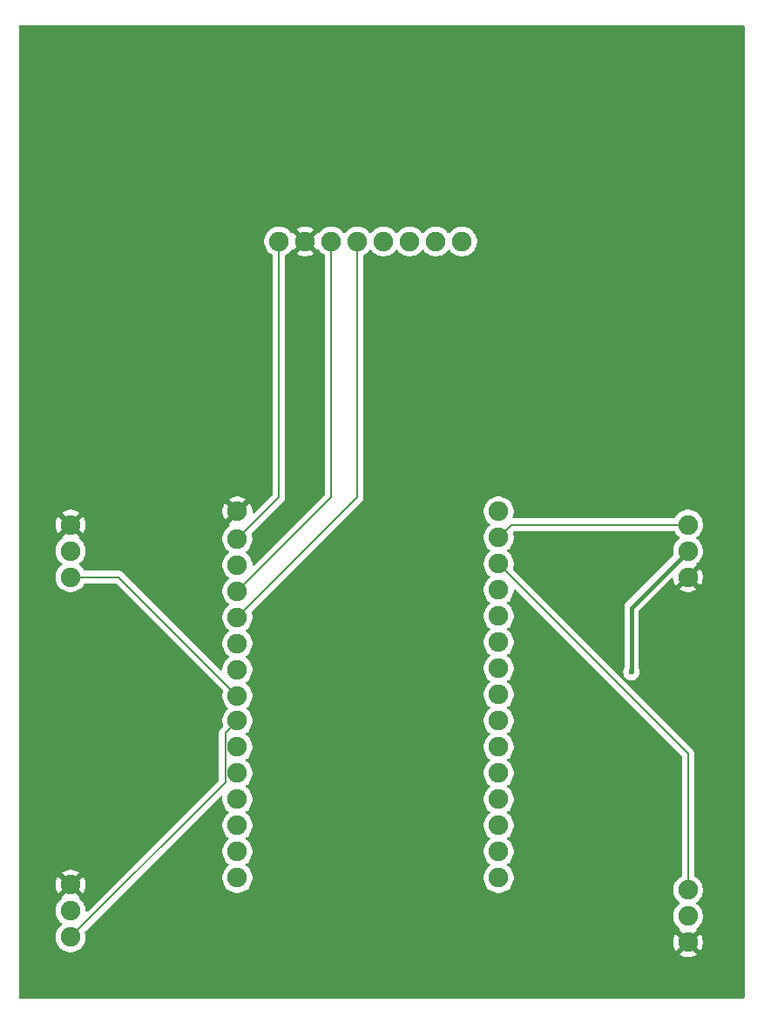
<source format=gtl>
G04 #@! TF.GenerationSoftware,KiCad,Pcbnew,9.0.4*
G04 #@! TF.CreationDate,2025-09-06T12:28:32+03:00*
G04 #@! TF.ProjectId,esp32 flight controller,65737033-3220-4666-9c69-67687420636f,rev?*
G04 #@! TF.SameCoordinates,Original*
G04 #@! TF.FileFunction,Copper,L1,Top*
G04 #@! TF.FilePolarity,Positive*
%FSLAX46Y46*%
G04 Gerber Fmt 4.6, Leading zero omitted, Abs format (unit mm)*
G04 Created by KiCad (PCBNEW 9.0.4) date 2025-09-06 12:28:32*
%MOMM*%
%LPD*%
G01*
G04 APERTURE LIST*
G04 #@! TA.AperFunction,ComponentPad*
%ADD10C,1.900000*%
G04 #@! TD*
G04 #@! TA.AperFunction,ComponentPad*
%ADD11C,1.905000*%
G04 #@! TD*
G04 #@! TA.AperFunction,ViaPad*
%ADD12C,0.600000*%
G04 #@! TD*
G04 #@! TA.AperFunction,Conductor*
%ADD13C,0.200000*%
G04 #@! TD*
G04 #@! TA.AperFunction,Conductor*
%ADD14C,0.400000*%
G04 #@! TD*
G04 APERTURE END LIST*
D10*
X85500000Y-79500000D03*
X85500000Y-82040000D03*
X85500000Y-84580000D03*
D11*
X101700000Y-78220000D03*
X101700000Y-80880000D03*
X101700000Y-83420000D03*
X101700000Y-85960000D03*
X101700000Y-88500000D03*
X101700000Y-91040000D03*
X101700000Y-93580000D03*
X101700000Y-96120000D03*
X101700000Y-98540000D03*
X101700000Y-101080000D03*
X101700000Y-103620000D03*
X101700000Y-106160000D03*
X101700000Y-108700000D03*
X101700000Y-111240000D03*
X101700000Y-113780000D03*
X127100000Y-78220000D03*
X127100000Y-80760000D03*
X127100000Y-83300000D03*
X127100000Y-85840000D03*
X127100000Y-88380000D03*
X127100000Y-90920000D03*
X127100000Y-93460000D03*
X127100000Y-96000000D03*
X127100000Y-98540000D03*
X127100000Y-101080000D03*
X127100000Y-103620000D03*
X127100000Y-106160000D03*
X127100000Y-108700000D03*
X127100000Y-111240000D03*
X127100000Y-113780000D03*
X105760000Y-52000000D03*
X108300000Y-52000000D03*
X110840000Y-52000000D03*
X113380000Y-52000000D03*
X115920000Y-52000000D03*
X118460000Y-52000000D03*
X121000000Y-52000000D03*
X123540000Y-52000000D03*
D10*
X85500000Y-119540000D03*
X85500000Y-117000000D03*
X85500000Y-114460000D03*
X145500000Y-114960000D03*
X145500000Y-117500000D03*
X145500000Y-120040000D03*
X145500000Y-79500000D03*
X145500000Y-82040000D03*
X145500000Y-84580000D03*
D12*
X140000000Y-93800000D03*
D13*
X113380000Y-76820000D02*
X101700000Y-88500000D01*
X113380000Y-52000000D02*
X113380000Y-76820000D01*
X110840000Y-76820000D02*
X101700000Y-85960000D01*
X110840000Y-52000000D02*
X110840000Y-76820000D01*
X105760000Y-76820000D02*
X101700000Y-80880000D01*
X105760000Y-52000000D02*
X105760000Y-76820000D01*
X128360000Y-79500000D02*
X127100000Y-80760000D01*
X145500000Y-79500000D02*
X128360000Y-79500000D01*
D14*
X140000000Y-87540000D02*
X140000000Y-93800000D01*
X145500000Y-82040000D02*
X140000000Y-87540000D01*
D13*
X145500000Y-101700000D02*
X127100000Y-83300000D01*
X145500000Y-114960000D02*
X145500000Y-101700000D01*
X100519500Y-99720500D02*
X101700000Y-98540000D01*
X100519500Y-104520500D02*
X100519500Y-99720500D01*
X85500000Y-119540000D02*
X100519500Y-104520500D01*
X90160000Y-84580000D02*
X101700000Y-96120000D01*
X85500000Y-84580000D02*
X90160000Y-84580000D01*
G04 #@! TA.AperFunction,Conductor*
G36*
X107740889Y-52231591D02*
G01*
X107819881Y-52368408D01*
X107931592Y-52480119D01*
X108068409Y-52559111D01*
X108088939Y-52564612D01*
X107464899Y-53188651D01*
X107538725Y-53242288D01*
X107538731Y-53242292D01*
X107742431Y-53346082D01*
X107959875Y-53416734D01*
X108185687Y-53452500D01*
X108414313Y-53452500D01*
X108640124Y-53416734D01*
X108640125Y-53416734D01*
X108857568Y-53346082D01*
X109061276Y-53242288D01*
X109135098Y-53188651D01*
X108511059Y-52564612D01*
X108531591Y-52559111D01*
X108668408Y-52480119D01*
X108780119Y-52368408D01*
X108859111Y-52231591D01*
X108864612Y-52211060D01*
X109488651Y-52835099D01*
X109505503Y-52833772D01*
X109524699Y-52818970D01*
X109594312Y-52812989D01*
X109656107Y-52845594D01*
X109670007Y-52861634D01*
X109670317Y-52862061D01*
X109731714Y-52946566D01*
X109893434Y-53108286D01*
X110078462Y-53242717D01*
X110171795Y-53290272D01*
X110222590Y-53338245D01*
X110239500Y-53400756D01*
X110239500Y-76519902D01*
X110219815Y-76586941D01*
X110203181Y-76607583D01*
X103364681Y-83446083D01*
X103303358Y-83479568D01*
X103233666Y-83474584D01*
X103177733Y-83432712D01*
X103153316Y-83367248D01*
X103153000Y-83358402D01*
X103153000Y-83305646D01*
X103146564Y-83265013D01*
X103117222Y-83079755D01*
X103117221Y-83079751D01*
X103117221Y-83079750D01*
X103046549Y-82862244D01*
X102942716Y-82658461D01*
X102808286Y-82473434D01*
X102646566Y-82311714D01*
X102562059Y-82250316D01*
X102519396Y-82194988D01*
X102513417Y-82125375D01*
X102546023Y-82063580D01*
X102562056Y-82049685D01*
X102646566Y-81988286D01*
X102808286Y-81826566D01*
X102942717Y-81641538D01*
X103046548Y-81437758D01*
X103117222Y-81220245D01*
X103153000Y-80994354D01*
X103153000Y-80765646D01*
X103142687Y-80700534D01*
X103117222Y-80539754D01*
X103084852Y-80440131D01*
X103082857Y-80370289D01*
X103115100Y-80314133D01*
X106128713Y-77300521D01*
X106128716Y-77300520D01*
X106240520Y-77188716D01*
X106290639Y-77101904D01*
X106319577Y-77051785D01*
X106360500Y-76899057D01*
X106360500Y-76740943D01*
X106360500Y-53400756D01*
X106380185Y-53333717D01*
X106428204Y-53290272D01*
X106521538Y-53242717D01*
X106706566Y-53108286D01*
X106868286Y-52946566D01*
X106929991Y-52861635D01*
X106985321Y-52818970D01*
X107054934Y-52812991D01*
X107094290Y-52833756D01*
X107111347Y-52835099D01*
X107735387Y-52211059D01*
X107740889Y-52231591D01*
G37*
G04 #@! TD.AperFunction*
G04 #@! TA.AperFunction,Conductor*
G36*
X150942539Y-31020185D02*
G01*
X150988294Y-31072989D01*
X150999500Y-31124500D01*
X150999500Y-125375500D01*
X150979815Y-125442539D01*
X150927011Y-125488294D01*
X150875500Y-125499500D01*
X80624500Y-125499500D01*
X80557461Y-125479815D01*
X80511706Y-125427011D01*
X80500500Y-125375500D01*
X80500500Y-81925837D01*
X84049500Y-81925837D01*
X84049500Y-82154162D01*
X84085215Y-82379660D01*
X84155770Y-82596803D01*
X84259421Y-82800228D01*
X84393621Y-82984937D01*
X84555063Y-83146379D01*
X84555066Y-83146381D01*
X84555069Y-83146383D01*
X84642191Y-83209683D01*
X84684857Y-83265013D01*
X84690835Y-83334627D01*
X84658228Y-83396421D01*
X84642191Y-83410317D01*
X84555069Y-83473616D01*
X84555060Y-83473623D01*
X84393622Y-83635061D01*
X84259421Y-83819771D01*
X84155770Y-84023196D01*
X84085215Y-84240339D01*
X84049500Y-84465837D01*
X84049500Y-84694162D01*
X84085215Y-84919660D01*
X84155770Y-85136803D01*
X84259288Y-85339966D01*
X84259421Y-85340228D01*
X84393621Y-85524937D01*
X84555063Y-85686379D01*
X84739772Y-85820579D01*
X84788969Y-85845646D01*
X84943196Y-85924229D01*
X84943198Y-85924229D01*
X84943201Y-85924231D01*
X85035907Y-85954353D01*
X85160339Y-85994784D01*
X85385838Y-86030500D01*
X85385843Y-86030500D01*
X85614162Y-86030500D01*
X85839660Y-85994784D01*
X85907590Y-85972712D01*
X86056799Y-85924231D01*
X86260228Y-85820579D01*
X86444937Y-85686379D01*
X86606379Y-85524937D01*
X86740579Y-85340228D01*
X86787467Y-85248205D01*
X86835442Y-85197409D01*
X86897952Y-85180500D01*
X89859903Y-85180500D01*
X89926942Y-85200185D01*
X89947584Y-85216819D01*
X100284896Y-95554132D01*
X100318381Y-95615455D01*
X100315146Y-95680130D01*
X100282778Y-95779751D01*
X100247000Y-96005646D01*
X100247000Y-96234353D01*
X100282778Y-96460246D01*
X100282778Y-96460249D01*
X100353450Y-96677755D01*
X100353452Y-96677758D01*
X100457283Y-96881538D01*
X100591714Y-97066566D01*
X100753434Y-97228286D01*
X100755360Y-97229685D01*
X100755913Y-97230403D01*
X100757139Y-97231450D01*
X100756919Y-97231707D01*
X100798023Y-97285015D01*
X100803999Y-97354629D01*
X100771392Y-97416423D01*
X100755363Y-97430312D01*
X100753876Y-97431392D01*
X100753431Y-97431716D01*
X100591716Y-97593431D01*
X100591716Y-97593432D01*
X100591714Y-97593434D01*
X100533980Y-97672896D01*
X100457283Y-97778461D01*
X100353450Y-97982244D01*
X100282778Y-98199750D01*
X100282778Y-98199753D01*
X100247000Y-98425646D01*
X100247000Y-98654353D01*
X100282778Y-98880248D01*
X100315146Y-98979869D01*
X100315580Y-98995079D01*
X100320899Y-99009339D01*
X100316557Y-99029294D01*
X100317141Y-99049710D01*
X100309052Y-99063797D01*
X100306047Y-99077612D01*
X100284897Y-99105867D01*
X100150786Y-99239978D01*
X100150785Y-99239978D01*
X100150784Y-99239979D01*
X100038981Y-99351782D01*
X100038979Y-99351785D01*
X99988861Y-99438594D01*
X99988859Y-99438596D01*
X99959925Y-99488709D01*
X99959924Y-99488710D01*
X99959923Y-99488715D01*
X99918999Y-99641443D01*
X99918999Y-99641445D01*
X99918999Y-99809546D01*
X99919000Y-99809559D01*
X99919000Y-104220402D01*
X99899315Y-104287441D01*
X99882681Y-104308083D01*
X87162181Y-117028583D01*
X87100858Y-117062068D01*
X87031166Y-117057084D01*
X86975233Y-117015212D01*
X86950816Y-116949748D01*
X86950500Y-116940902D01*
X86950500Y-116885837D01*
X86914784Y-116660339D01*
X86844229Y-116443196D01*
X86786714Y-116330317D01*
X86740579Y-116239772D01*
X86606379Y-116055063D01*
X86444937Y-115893621D01*
X86438418Y-115888885D01*
X86357382Y-115830007D01*
X86314716Y-115774677D01*
X86308738Y-115705064D01*
X86332234Y-115660534D01*
X86333310Y-115646862D01*
X85711059Y-115024612D01*
X85731591Y-115019111D01*
X85868408Y-114940119D01*
X85980119Y-114828408D01*
X86059111Y-114691591D01*
X86064612Y-114671060D01*
X86686862Y-115293310D01*
X86686862Y-115293309D01*
X86740150Y-115219966D01*
X86843769Y-115016604D01*
X86914295Y-114799544D01*
X86950000Y-114574116D01*
X86950000Y-114345883D01*
X86914295Y-114120455D01*
X86843769Y-113903395D01*
X86740148Y-113700030D01*
X86686863Y-113626689D01*
X86686862Y-113626688D01*
X86064612Y-114248939D01*
X86059111Y-114228409D01*
X85980119Y-114091592D01*
X85868408Y-113979881D01*
X85731591Y-113900889D01*
X85711058Y-113895387D01*
X86333309Y-113273137D01*
X86333309Y-113273135D01*
X86259969Y-113219851D01*
X86056604Y-113116230D01*
X85839544Y-113045704D01*
X85614116Y-113010000D01*
X85385884Y-113010000D01*
X85160455Y-113045704D01*
X84943395Y-113116230D01*
X84740035Y-113219848D01*
X84740033Y-113219849D01*
X84666689Y-113273135D01*
X84666689Y-113273136D01*
X85288941Y-113895387D01*
X85268409Y-113900889D01*
X85131592Y-113979881D01*
X85019881Y-114091592D01*
X84940889Y-114228409D01*
X84935387Y-114248940D01*
X84313136Y-113626689D01*
X84313135Y-113626689D01*
X84259849Y-113700033D01*
X84259848Y-113700035D01*
X84156230Y-113903395D01*
X84085704Y-114120455D01*
X84050000Y-114345883D01*
X84050000Y-114574116D01*
X84085704Y-114799544D01*
X84156230Y-115016604D01*
X84259851Y-115219969D01*
X84313135Y-115293309D01*
X84313137Y-115293309D01*
X84935387Y-114671059D01*
X84940889Y-114691591D01*
X85019881Y-114828408D01*
X85131592Y-114940119D01*
X85268409Y-115019111D01*
X85288939Y-115024612D01*
X84666688Y-115646862D01*
X84667892Y-115662152D01*
X84685281Y-115684702D01*
X84691260Y-115754315D01*
X84658655Y-115816110D01*
X84642617Y-115830008D01*
X84555063Y-115893620D01*
X84393622Y-116055061D01*
X84259421Y-116239771D01*
X84155770Y-116443196D01*
X84085215Y-116660339D01*
X84049500Y-116885837D01*
X84049500Y-117114162D01*
X84085215Y-117339660D01*
X84155770Y-117556803D01*
X84259421Y-117760228D01*
X84393621Y-117944937D01*
X84555063Y-118106379D01*
X84555069Y-118106383D01*
X84642191Y-118169683D01*
X84684857Y-118225013D01*
X84690835Y-118294627D01*
X84658228Y-118356421D01*
X84642191Y-118370317D01*
X84555069Y-118433616D01*
X84555060Y-118433623D01*
X84393622Y-118595061D01*
X84259421Y-118779771D01*
X84155770Y-118983196D01*
X84085215Y-119200339D01*
X84049500Y-119425837D01*
X84049500Y-119654162D01*
X84085215Y-119879660D01*
X84155770Y-120096803D01*
X84184973Y-120154116D01*
X84259421Y-120300228D01*
X84393621Y-120484937D01*
X84555063Y-120646379D01*
X84739772Y-120780579D01*
X84835884Y-120829550D01*
X84943196Y-120884229D01*
X84943198Y-120884229D01*
X84943201Y-120884231D01*
X85059592Y-120922049D01*
X85160339Y-120954784D01*
X85385838Y-120990500D01*
X85385843Y-120990500D01*
X85614162Y-120990500D01*
X85839660Y-120954784D01*
X86056799Y-120884231D01*
X86260228Y-120780579D01*
X86444937Y-120646379D01*
X86606379Y-120484937D01*
X86740579Y-120300228D01*
X86844231Y-120096799D01*
X86913799Y-119882692D01*
X86913800Y-119882690D01*
X86914782Y-119879667D01*
X86914782Y-119879665D01*
X86914784Y-119879660D01*
X86933184Y-119763481D01*
X86950500Y-119654162D01*
X86950500Y-119425837D01*
X86926689Y-119275507D01*
X86914784Y-119200340D01*
X86882867Y-119102113D01*
X86880873Y-119032273D01*
X86913116Y-118976117D01*
X100053066Y-105836168D01*
X100114387Y-105802685D01*
X100184079Y-105807669D01*
X100240012Y-105849541D01*
X100264429Y-105915005D01*
X100263218Y-105943249D01*
X100247000Y-106045646D01*
X100247000Y-106274353D01*
X100282778Y-106500246D01*
X100282778Y-106500249D01*
X100353450Y-106717755D01*
X100353452Y-106717758D01*
X100457283Y-106921538D01*
X100591714Y-107106566D01*
X100753434Y-107268286D01*
X100822923Y-107318773D01*
X100837938Y-107329682D01*
X100880603Y-107385013D01*
X100886582Y-107454626D01*
X100853976Y-107516421D01*
X100837938Y-107530318D01*
X100753432Y-107591715D01*
X100591716Y-107753431D01*
X100591716Y-107753432D01*
X100591714Y-107753434D01*
X100533980Y-107832896D01*
X100457283Y-107938461D01*
X100353450Y-108142244D01*
X100282778Y-108359750D01*
X100282778Y-108359753D01*
X100247000Y-108585646D01*
X100247000Y-108814353D01*
X100282778Y-109040246D01*
X100282778Y-109040249D01*
X100353450Y-109257755D01*
X100353452Y-109257758D01*
X100457283Y-109461538D01*
X100591714Y-109646566D01*
X100753434Y-109808286D01*
X100822923Y-109858773D01*
X100837938Y-109869682D01*
X100880603Y-109925013D01*
X100886582Y-109994626D01*
X100853976Y-110056421D01*
X100837938Y-110070318D01*
X100753432Y-110131715D01*
X100591716Y-110293431D01*
X100591716Y-110293432D01*
X100591714Y-110293434D01*
X100533980Y-110372896D01*
X100457283Y-110478461D01*
X100353450Y-110682244D01*
X100282778Y-110899750D01*
X100282778Y-110899753D01*
X100247000Y-111125646D01*
X100247000Y-111354353D01*
X100282778Y-111580246D01*
X100282778Y-111580249D01*
X100353450Y-111797755D01*
X100353452Y-111797758D01*
X100457283Y-112001538D01*
X100591714Y-112186566D01*
X100753434Y-112348286D01*
X100822923Y-112398773D01*
X100837938Y-112409682D01*
X100880603Y-112465013D01*
X100886582Y-112534626D01*
X100853976Y-112596421D01*
X100837938Y-112610318D01*
X100753432Y-112671715D01*
X100591716Y-112833431D01*
X100591716Y-112833432D01*
X100591714Y-112833434D01*
X100533980Y-112912896D01*
X100457283Y-113018461D01*
X100353450Y-113222244D01*
X100282778Y-113439750D01*
X100282778Y-113439753D01*
X100247000Y-113665646D01*
X100247000Y-113894353D01*
X100282778Y-114120246D01*
X100282778Y-114120249D01*
X100353450Y-114337755D01*
X100375489Y-114381009D01*
X100457283Y-114541538D01*
X100591714Y-114726566D01*
X100753434Y-114888286D01*
X100938462Y-115022717D01*
X101039419Y-115074157D01*
X101142244Y-115126549D01*
X101359751Y-115197221D01*
X101359752Y-115197221D01*
X101359755Y-115197222D01*
X101585646Y-115233000D01*
X101585647Y-115233000D01*
X101814353Y-115233000D01*
X101814354Y-115233000D01*
X102040245Y-115197222D01*
X102040248Y-115197221D01*
X102040249Y-115197221D01*
X102257755Y-115126549D01*
X102257755Y-115126548D01*
X102257758Y-115126548D01*
X102461538Y-115022717D01*
X102646566Y-114888286D01*
X102808286Y-114726566D01*
X102942717Y-114541538D01*
X103046548Y-114337758D01*
X103117222Y-114120245D01*
X103153000Y-113894354D01*
X103153000Y-113665646D01*
X103117222Y-113439755D01*
X103117221Y-113439751D01*
X103117221Y-113439750D01*
X103046549Y-113222244D01*
X102942716Y-113018461D01*
X102936569Y-113010000D01*
X102808286Y-112833434D01*
X102646566Y-112671714D01*
X102562059Y-112610316D01*
X102519396Y-112554988D01*
X102513417Y-112485375D01*
X102546023Y-112423580D01*
X102562056Y-112409685D01*
X102646566Y-112348286D01*
X102808286Y-112186566D01*
X102942717Y-112001538D01*
X103046548Y-111797758D01*
X103117222Y-111580245D01*
X103153000Y-111354354D01*
X103153000Y-111125646D01*
X103117222Y-110899755D01*
X103117221Y-110899751D01*
X103117221Y-110899750D01*
X103046549Y-110682244D01*
X102942716Y-110478461D01*
X102808286Y-110293434D01*
X102646566Y-110131714D01*
X102562059Y-110070316D01*
X102519396Y-110014988D01*
X102513417Y-109945375D01*
X102546023Y-109883580D01*
X102562056Y-109869685D01*
X102646566Y-109808286D01*
X102808286Y-109646566D01*
X102942717Y-109461538D01*
X103046548Y-109257758D01*
X103117222Y-109040245D01*
X103153000Y-108814354D01*
X103153000Y-108585646D01*
X103117222Y-108359755D01*
X103117221Y-108359751D01*
X103117221Y-108359750D01*
X103046549Y-108142244D01*
X102942716Y-107938461D01*
X102808286Y-107753434D01*
X102646566Y-107591714D01*
X102562059Y-107530316D01*
X102519396Y-107474988D01*
X102513417Y-107405375D01*
X102546023Y-107343580D01*
X102562056Y-107329685D01*
X102646566Y-107268286D01*
X102808286Y-107106566D01*
X102942717Y-106921538D01*
X103046548Y-106717758D01*
X103117222Y-106500245D01*
X103153000Y-106274354D01*
X103153000Y-106045646D01*
X103117222Y-105819755D01*
X103117221Y-105819751D01*
X103117221Y-105819750D01*
X103046549Y-105602244D01*
X102942716Y-105398461D01*
X102808286Y-105213434D01*
X102646566Y-105051714D01*
X102562059Y-104990316D01*
X102519396Y-104934988D01*
X102513417Y-104865375D01*
X102546023Y-104803580D01*
X102562056Y-104789685D01*
X102646566Y-104728286D01*
X102808286Y-104566566D01*
X102942717Y-104381538D01*
X103046548Y-104177758D01*
X103117222Y-103960245D01*
X103153000Y-103734354D01*
X103153000Y-103505646D01*
X103117222Y-103279755D01*
X103117221Y-103279751D01*
X103117221Y-103279750D01*
X103046549Y-103062244D01*
X102942716Y-102858461D01*
X102808286Y-102673434D01*
X102646566Y-102511714D01*
X102562059Y-102450316D01*
X102519396Y-102394988D01*
X102513417Y-102325375D01*
X102546023Y-102263580D01*
X102562056Y-102249685D01*
X102646566Y-102188286D01*
X102808286Y-102026566D01*
X102942717Y-101841538D01*
X103046548Y-101637758D01*
X103052012Y-101620943D01*
X103117221Y-101420249D01*
X103117221Y-101420248D01*
X103117222Y-101420245D01*
X103153000Y-101194354D01*
X103153000Y-100965646D01*
X103117222Y-100739755D01*
X103117221Y-100739751D01*
X103117221Y-100739750D01*
X103046549Y-100522244D01*
X102942716Y-100318461D01*
X102808286Y-100133434D01*
X102646566Y-99971714D01*
X102562059Y-99910316D01*
X102519396Y-99854988D01*
X102513417Y-99785375D01*
X102546023Y-99723580D01*
X102562056Y-99709685D01*
X102646566Y-99648286D01*
X102808286Y-99486566D01*
X102942717Y-99301538D01*
X103046548Y-99097758D01*
X103057583Y-99063797D01*
X103117221Y-98880249D01*
X103117221Y-98880248D01*
X103117222Y-98880245D01*
X103153000Y-98654354D01*
X103153000Y-98425646D01*
X103117222Y-98199755D01*
X103117221Y-98199751D01*
X103117221Y-98199750D01*
X103046549Y-97982244D01*
X102942716Y-97778461D01*
X102808286Y-97593434D01*
X102646566Y-97431714D01*
X102646564Y-97431712D01*
X102646565Y-97431712D01*
X102644653Y-97430324D01*
X102644100Y-97429607D01*
X102642853Y-97428542D01*
X102643076Y-97428280D01*
X102601982Y-97374997D01*
X102595998Y-97305385D01*
X102628599Y-97243587D01*
X102644653Y-97229676D01*
X102645081Y-97229364D01*
X102646566Y-97228286D01*
X102808286Y-97066566D01*
X102942717Y-96881538D01*
X103046548Y-96677758D01*
X103117222Y-96460245D01*
X103153000Y-96234354D01*
X103153000Y-96005646D01*
X103117222Y-95779755D01*
X103117221Y-95779751D01*
X103117221Y-95779750D01*
X103046549Y-95562244D01*
X102942716Y-95358461D01*
X102808286Y-95173434D01*
X102646566Y-95011714D01*
X102562059Y-94950316D01*
X102519396Y-94894988D01*
X102513417Y-94825375D01*
X102546023Y-94763580D01*
X102562056Y-94749685D01*
X102646566Y-94688286D01*
X102808286Y-94526566D01*
X102942717Y-94341538D01*
X103046548Y-94137758D01*
X103117222Y-93920245D01*
X103153000Y-93694354D01*
X103153000Y-93465646D01*
X103117222Y-93239755D01*
X103117221Y-93239751D01*
X103117221Y-93239750D01*
X103046549Y-93022244D01*
X102942716Y-92818461D01*
X102808286Y-92633434D01*
X102646566Y-92471714D01*
X102562059Y-92410316D01*
X102519396Y-92354988D01*
X102513417Y-92285375D01*
X102546023Y-92223580D01*
X102562056Y-92209685D01*
X102646566Y-92148286D01*
X102808286Y-91986566D01*
X102942717Y-91801538D01*
X103046548Y-91597758D01*
X103117222Y-91380245D01*
X103153000Y-91154354D01*
X103153000Y-90925646D01*
X103117222Y-90699755D01*
X103117221Y-90699751D01*
X103117221Y-90699750D01*
X103046549Y-90482244D01*
X102942716Y-90278461D01*
X102808286Y-90093434D01*
X102646566Y-89931714D01*
X102562059Y-89870316D01*
X102519396Y-89814988D01*
X102513417Y-89745375D01*
X102546023Y-89683580D01*
X102562056Y-89669685D01*
X102646566Y-89608286D01*
X102808286Y-89446566D01*
X102942717Y-89261538D01*
X103046548Y-89057758D01*
X103117222Y-88840245D01*
X103153000Y-88614354D01*
X103153000Y-88385646D01*
X103117222Y-88159755D01*
X103117221Y-88159753D01*
X103084852Y-88060131D01*
X103082857Y-87990289D01*
X103115100Y-87934133D01*
X112943588Y-78105646D01*
X125647000Y-78105646D01*
X125647000Y-78334354D01*
X125656387Y-78393621D01*
X125682778Y-78560246D01*
X125682778Y-78560249D01*
X125753450Y-78777755D01*
X125815737Y-78900000D01*
X125857283Y-78981538D01*
X125991714Y-79166566D01*
X126153434Y-79328286D01*
X126222923Y-79378773D01*
X126237938Y-79389682D01*
X126280603Y-79445013D01*
X126286582Y-79514626D01*
X126253976Y-79576421D01*
X126237938Y-79590318D01*
X126153432Y-79651715D01*
X125991716Y-79813431D01*
X125991716Y-79813432D01*
X125991714Y-79813434D01*
X125972744Y-79839544D01*
X125857283Y-79998461D01*
X125753450Y-80202244D01*
X125682778Y-80419750D01*
X125682778Y-80419753D01*
X125647000Y-80645646D01*
X125647000Y-80874353D01*
X125682778Y-81100246D01*
X125682778Y-81100249D01*
X125753450Y-81317755D01*
X125753452Y-81317758D01*
X125857283Y-81521538D01*
X125991714Y-81706566D01*
X126153434Y-81868286D01*
X126222923Y-81918773D01*
X126237938Y-81929682D01*
X126280603Y-81985013D01*
X126286582Y-82054626D01*
X126253976Y-82116421D01*
X126237938Y-82130318D01*
X126153432Y-82191715D01*
X125991716Y-82353431D01*
X125991716Y-82353432D01*
X125991714Y-82353434D01*
X125969164Y-82384472D01*
X125857283Y-82538461D01*
X125753450Y-82742244D01*
X125682778Y-82959750D01*
X125682778Y-82959753D01*
X125678789Y-82984938D01*
X125647000Y-83185646D01*
X125647000Y-83414354D01*
X125664889Y-83527299D01*
X125682778Y-83640246D01*
X125682778Y-83640249D01*
X125753450Y-83857755D01*
X125815737Y-83980000D01*
X125857283Y-84061538D01*
X125991714Y-84246566D01*
X126153434Y-84408286D01*
X126222923Y-84458773D01*
X126237938Y-84469682D01*
X126280603Y-84525013D01*
X126286582Y-84594626D01*
X126253976Y-84656421D01*
X126237938Y-84670318D01*
X126153432Y-84731715D01*
X125991716Y-84893431D01*
X125991716Y-84893432D01*
X125991714Y-84893434D01*
X125972744Y-84919544D01*
X125857283Y-85078461D01*
X125753450Y-85282244D01*
X125682778Y-85499750D01*
X125682778Y-85499753D01*
X125653220Y-85686377D01*
X125647000Y-85725646D01*
X125647000Y-85954354D01*
X125664889Y-86067299D01*
X125682778Y-86180246D01*
X125682778Y-86180249D01*
X125753450Y-86397755D01*
X125753452Y-86397758D01*
X125857283Y-86601538D01*
X125991714Y-86786566D01*
X126153434Y-86948286D01*
X126222923Y-86998773D01*
X126237938Y-87009682D01*
X126280603Y-87065013D01*
X126286582Y-87134626D01*
X126253976Y-87196421D01*
X126237938Y-87210318D01*
X126153432Y-87271715D01*
X125991716Y-87433431D01*
X125991716Y-87433432D01*
X125991714Y-87433434D01*
X125964416Y-87471007D01*
X125857283Y-87618461D01*
X125753450Y-87822244D01*
X125682778Y-88039750D01*
X125682778Y-88039753D01*
X125647000Y-88265646D01*
X125647000Y-88494353D01*
X125682778Y-88720246D01*
X125682778Y-88720249D01*
X125753450Y-88937755D01*
X125753452Y-88937758D01*
X125857283Y-89141538D01*
X125991714Y-89326566D01*
X126153434Y-89488286D01*
X126222923Y-89538773D01*
X126237938Y-89549682D01*
X126280603Y-89605013D01*
X126286582Y-89674626D01*
X126253976Y-89736421D01*
X126237938Y-89750318D01*
X126153432Y-89811715D01*
X125991716Y-89973431D01*
X125991716Y-89973432D01*
X125991714Y-89973434D01*
X125933980Y-90052896D01*
X125857283Y-90158461D01*
X125753450Y-90362244D01*
X125682778Y-90579750D01*
X125682778Y-90579753D01*
X125647000Y-90805646D01*
X125647000Y-91034353D01*
X125682778Y-91260246D01*
X125682778Y-91260249D01*
X125753450Y-91477755D01*
X125753452Y-91477758D01*
X125857283Y-91681538D01*
X125991714Y-91866566D01*
X126153434Y-92028286D01*
X126222923Y-92078773D01*
X126237938Y-92089682D01*
X126280603Y-92145013D01*
X126286582Y-92214626D01*
X126253976Y-92276421D01*
X126237938Y-92290318D01*
X126153432Y-92351715D01*
X125991716Y-92513431D01*
X125991716Y-92513432D01*
X125991714Y-92513434D01*
X125933980Y-92592896D01*
X125857283Y-92698461D01*
X125753450Y-92902244D01*
X125682778Y-93119750D01*
X125682778Y-93119753D01*
X125647000Y-93345646D01*
X125647000Y-93574353D01*
X125682778Y-93800246D01*
X125682778Y-93800249D01*
X125753450Y-94017755D01*
X125753452Y-94017758D01*
X125857283Y-94221538D01*
X125991714Y-94406566D01*
X126153434Y-94568286D01*
X126197773Y-94600500D01*
X126237938Y-94629682D01*
X126280603Y-94685013D01*
X126286582Y-94754626D01*
X126253976Y-94816421D01*
X126237938Y-94830318D01*
X126153432Y-94891715D01*
X125991716Y-95053431D01*
X125991716Y-95053432D01*
X125991714Y-95053434D01*
X125933980Y-95132896D01*
X125857283Y-95238461D01*
X125753450Y-95442244D01*
X125682778Y-95659750D01*
X125682778Y-95659753D01*
X125647000Y-95885646D01*
X125647000Y-96114353D01*
X125682778Y-96340246D01*
X125682778Y-96340249D01*
X125753450Y-96557755D01*
X125753452Y-96557758D01*
X125857283Y-96761538D01*
X125991714Y-96946566D01*
X126153434Y-97108286D01*
X126222923Y-97158773D01*
X126237938Y-97169682D01*
X126280603Y-97225013D01*
X126286582Y-97294626D01*
X126253976Y-97356421D01*
X126237938Y-97370318D01*
X126153432Y-97431715D01*
X125991716Y-97593431D01*
X125991716Y-97593432D01*
X125991714Y-97593434D01*
X125933980Y-97672896D01*
X125857283Y-97778461D01*
X125753450Y-97982244D01*
X125682778Y-98199750D01*
X125682778Y-98199753D01*
X125647000Y-98425646D01*
X125647000Y-98654353D01*
X125682778Y-98880246D01*
X125682778Y-98880249D01*
X125753450Y-99097755D01*
X125825917Y-99239979D01*
X125857283Y-99301538D01*
X125991714Y-99486566D01*
X126153434Y-99648286D01*
X126222923Y-99698773D01*
X126237938Y-99709682D01*
X126280603Y-99765013D01*
X126286582Y-99834626D01*
X126253976Y-99896421D01*
X126237938Y-99910318D01*
X126153432Y-99971715D01*
X125991716Y-100133431D01*
X125991716Y-100133432D01*
X125991714Y-100133434D01*
X125933980Y-100212896D01*
X125857283Y-100318461D01*
X125753450Y-100522244D01*
X125682778Y-100739750D01*
X125682778Y-100739753D01*
X125647000Y-100965646D01*
X125647000Y-101194353D01*
X125682778Y-101420246D01*
X125682778Y-101420249D01*
X125753450Y-101637755D01*
X125830544Y-101789060D01*
X125857283Y-101841538D01*
X125991714Y-102026566D01*
X126153434Y-102188286D01*
X126222923Y-102238773D01*
X126237938Y-102249682D01*
X126280603Y-102305013D01*
X126286582Y-102374626D01*
X126253976Y-102436421D01*
X126237938Y-102450318D01*
X126153432Y-102511715D01*
X125991716Y-102673431D01*
X125991716Y-102673432D01*
X125991714Y-102673434D01*
X125933980Y-102752896D01*
X125857283Y-102858461D01*
X125753450Y-103062244D01*
X125682778Y-103279750D01*
X125682778Y-103279753D01*
X125647000Y-103505646D01*
X125647000Y-103734353D01*
X125682778Y-103960246D01*
X125682778Y-103960249D01*
X125753450Y-104177755D01*
X125753452Y-104177758D01*
X125857283Y-104381538D01*
X125991714Y-104566566D01*
X126153434Y-104728286D01*
X126222923Y-104778773D01*
X126237938Y-104789682D01*
X126280603Y-104845013D01*
X126286582Y-104914626D01*
X126253976Y-104976421D01*
X126237938Y-104990318D01*
X126153432Y-105051715D01*
X125991716Y-105213431D01*
X125991716Y-105213432D01*
X125991714Y-105213434D01*
X125933980Y-105292896D01*
X125857283Y-105398461D01*
X125753450Y-105602244D01*
X125682778Y-105819750D01*
X125682778Y-105819753D01*
X125647000Y-106045646D01*
X125647000Y-106274353D01*
X125682778Y-106500246D01*
X125682778Y-106500249D01*
X125753450Y-106717755D01*
X125753452Y-106717758D01*
X125857283Y-106921538D01*
X125991714Y-107106566D01*
X126153434Y-107268286D01*
X126222923Y-107318773D01*
X126237938Y-107329682D01*
X126280603Y-107385013D01*
X126286582Y-107454626D01*
X126253976Y-107516421D01*
X126237938Y-107530318D01*
X126153432Y-107591715D01*
X125991716Y-107753431D01*
X125991716Y-107753432D01*
X125991714Y-107753434D01*
X125933980Y-107832896D01*
X125857283Y-107938461D01*
X125753450Y-108142244D01*
X125682778Y-108359750D01*
X125682778Y-108359753D01*
X125647000Y-108585646D01*
X125647000Y-108814353D01*
X125682778Y-109040246D01*
X125682778Y-109040249D01*
X125753450Y-109257755D01*
X125753452Y-109257758D01*
X125857283Y-109461538D01*
X125991714Y-109646566D01*
X126153434Y-109808286D01*
X126222923Y-109858773D01*
X126237938Y-109869682D01*
X126280603Y-109925013D01*
X126286582Y-109994626D01*
X126253976Y-110056421D01*
X126237938Y-110070318D01*
X126153432Y-110131715D01*
X125991716Y-110293431D01*
X125991716Y-110293432D01*
X125991714Y-110293434D01*
X125933980Y-110372896D01*
X125857283Y-110478461D01*
X125753450Y-110682244D01*
X125682778Y-110899750D01*
X125682778Y-110899753D01*
X125647000Y-111125646D01*
X125647000Y-111354353D01*
X125682778Y-111580246D01*
X125682778Y-111580249D01*
X125753450Y-111797755D01*
X125753452Y-111797758D01*
X125857283Y-112001538D01*
X125991714Y-112186566D01*
X126153434Y-112348286D01*
X126222923Y-112398773D01*
X126237938Y-112409682D01*
X126280603Y-112465013D01*
X126286582Y-112534626D01*
X126253976Y-112596421D01*
X126237938Y-112610318D01*
X126153432Y-112671715D01*
X125991716Y-112833431D01*
X125991716Y-112833432D01*
X125991714Y-112833434D01*
X125933980Y-112912896D01*
X125857283Y-113018461D01*
X125753450Y-113222244D01*
X125682778Y-113439750D01*
X125682778Y-113439753D01*
X125647000Y-113665646D01*
X125647000Y-113894353D01*
X125682778Y-114120246D01*
X125682778Y-114120249D01*
X125753450Y-114337755D01*
X125775489Y-114381009D01*
X125857283Y-114541538D01*
X125991714Y-114726566D01*
X126153434Y-114888286D01*
X126338462Y-115022717D01*
X126439419Y-115074157D01*
X126542244Y-115126549D01*
X126759751Y-115197221D01*
X126759752Y-115197221D01*
X126759755Y-115197222D01*
X126985646Y-115233000D01*
X126985647Y-115233000D01*
X127214353Y-115233000D01*
X127214354Y-115233000D01*
X127440245Y-115197222D01*
X127440248Y-115197221D01*
X127440249Y-115197221D01*
X127657755Y-115126549D01*
X127657755Y-115126548D01*
X127657758Y-115126548D01*
X127861538Y-115022717D01*
X128046566Y-114888286D01*
X128208286Y-114726566D01*
X128342717Y-114541538D01*
X128446548Y-114337758D01*
X128517222Y-114120245D01*
X128553000Y-113894354D01*
X128553000Y-113665646D01*
X128517222Y-113439755D01*
X128517221Y-113439751D01*
X128517221Y-113439750D01*
X128446549Y-113222244D01*
X128342716Y-113018461D01*
X128336569Y-113010000D01*
X128208286Y-112833434D01*
X128046566Y-112671714D01*
X127962059Y-112610316D01*
X127919396Y-112554988D01*
X127913417Y-112485375D01*
X127946023Y-112423580D01*
X127962056Y-112409685D01*
X128046566Y-112348286D01*
X128208286Y-112186566D01*
X128342717Y-112001538D01*
X128446548Y-111797758D01*
X128517222Y-111580245D01*
X128553000Y-111354354D01*
X128553000Y-111125646D01*
X128517222Y-110899755D01*
X128517221Y-110899751D01*
X128517221Y-110899750D01*
X128446549Y-110682244D01*
X128342716Y-110478461D01*
X128208286Y-110293434D01*
X128046566Y-110131714D01*
X127962059Y-110070316D01*
X127919396Y-110014988D01*
X127913417Y-109945375D01*
X127946023Y-109883580D01*
X127962056Y-109869685D01*
X128046566Y-109808286D01*
X128208286Y-109646566D01*
X128342717Y-109461538D01*
X128446548Y-109257758D01*
X128517222Y-109040245D01*
X128553000Y-108814354D01*
X128553000Y-108585646D01*
X128517222Y-108359755D01*
X128517221Y-108359751D01*
X128517221Y-108359750D01*
X128446549Y-108142244D01*
X128342716Y-107938461D01*
X128208286Y-107753434D01*
X128046566Y-107591714D01*
X127962059Y-107530316D01*
X127919396Y-107474988D01*
X127913417Y-107405375D01*
X127946023Y-107343580D01*
X127962056Y-107329685D01*
X128046566Y-107268286D01*
X128208286Y-107106566D01*
X128342717Y-106921538D01*
X128446548Y-106717758D01*
X128517222Y-106500245D01*
X128553000Y-106274354D01*
X128553000Y-106045646D01*
X128517222Y-105819755D01*
X128517221Y-105819751D01*
X128517221Y-105819750D01*
X128446549Y-105602244D01*
X128342716Y-105398461D01*
X128208286Y-105213434D01*
X128046566Y-105051714D01*
X127962059Y-104990316D01*
X127919396Y-104934988D01*
X127913417Y-104865375D01*
X127946023Y-104803580D01*
X127962056Y-104789685D01*
X128046566Y-104728286D01*
X128208286Y-104566566D01*
X128342717Y-104381538D01*
X128446548Y-104177758D01*
X128517222Y-103960245D01*
X128553000Y-103734354D01*
X128553000Y-103505646D01*
X128517222Y-103279755D01*
X128517221Y-103279751D01*
X128517221Y-103279750D01*
X128446549Y-103062244D01*
X128342716Y-102858461D01*
X128208286Y-102673434D01*
X128046566Y-102511714D01*
X127962059Y-102450316D01*
X127919396Y-102394988D01*
X127913417Y-102325375D01*
X127946023Y-102263580D01*
X127962056Y-102249685D01*
X128046566Y-102188286D01*
X128208286Y-102026566D01*
X128342717Y-101841538D01*
X128446548Y-101637758D01*
X128452012Y-101620943D01*
X128517221Y-101420249D01*
X128517221Y-101420248D01*
X128517222Y-101420245D01*
X128553000Y-101194354D01*
X128553000Y-100965646D01*
X128517222Y-100739755D01*
X128517221Y-100739751D01*
X128517221Y-100739750D01*
X128446549Y-100522244D01*
X128342716Y-100318461D01*
X128208286Y-100133434D01*
X128046566Y-99971714D01*
X127962059Y-99910316D01*
X127919396Y-99854988D01*
X127913417Y-99785375D01*
X127946023Y-99723580D01*
X127962056Y-99709685D01*
X128046566Y-99648286D01*
X128208286Y-99486566D01*
X128342717Y-99301538D01*
X128446548Y-99097758D01*
X128457583Y-99063797D01*
X128517221Y-98880249D01*
X128517221Y-98880248D01*
X128517222Y-98880245D01*
X128553000Y-98654354D01*
X128553000Y-98425646D01*
X128517222Y-98199755D01*
X128517221Y-98199751D01*
X128517221Y-98199750D01*
X128446549Y-97982244D01*
X128342716Y-97778461D01*
X128208286Y-97593434D01*
X128046566Y-97431714D01*
X127962059Y-97370316D01*
X127919396Y-97314988D01*
X127913417Y-97245375D01*
X127946023Y-97183580D01*
X127962056Y-97169685D01*
X128046566Y-97108286D01*
X128208286Y-96946566D01*
X128342717Y-96761538D01*
X128446548Y-96557758D01*
X128446549Y-96557755D01*
X128517221Y-96340249D01*
X128517221Y-96340248D01*
X128517222Y-96340245D01*
X128553000Y-96114354D01*
X128553000Y-95885646D01*
X128517222Y-95659755D01*
X128517221Y-95659751D01*
X128517221Y-95659750D01*
X128446549Y-95442244D01*
X128342716Y-95238461D01*
X128295471Y-95173434D01*
X128208286Y-95053434D01*
X128046566Y-94891714D01*
X127962059Y-94830316D01*
X127919396Y-94774988D01*
X127913417Y-94705375D01*
X127946023Y-94643580D01*
X127962056Y-94629685D01*
X128046566Y-94568286D01*
X128208286Y-94406566D01*
X128342717Y-94221538D01*
X128446548Y-94017758D01*
X128446549Y-94017755D01*
X128517221Y-93800249D01*
X128517221Y-93800248D01*
X128517222Y-93800245D01*
X128553000Y-93574354D01*
X128553000Y-93345646D01*
X128517222Y-93119755D01*
X128517221Y-93119751D01*
X128517221Y-93119750D01*
X128446549Y-92902244D01*
X128342716Y-92698461D01*
X128295471Y-92633434D01*
X128208286Y-92513434D01*
X128046566Y-92351714D01*
X127962059Y-92290316D01*
X127919396Y-92234988D01*
X127913417Y-92165375D01*
X127946023Y-92103580D01*
X127962056Y-92089685D01*
X128046566Y-92028286D01*
X128208286Y-91866566D01*
X128342717Y-91681538D01*
X128446548Y-91477758D01*
X128446549Y-91477755D01*
X128517221Y-91260249D01*
X128517221Y-91260248D01*
X128517222Y-91260245D01*
X128553000Y-91034354D01*
X128553000Y-90805646D01*
X128517222Y-90579755D01*
X128517221Y-90579751D01*
X128517221Y-90579750D01*
X128446549Y-90362244D01*
X128342716Y-90158461D01*
X128295471Y-90093434D01*
X128208286Y-89973434D01*
X128046566Y-89811714D01*
X127962059Y-89750316D01*
X127919396Y-89694988D01*
X127913417Y-89625375D01*
X127946023Y-89563580D01*
X127962056Y-89549685D01*
X128046566Y-89488286D01*
X128208286Y-89326566D01*
X128342717Y-89141538D01*
X128446548Y-88937758D01*
X128446549Y-88937755D01*
X128517221Y-88720249D01*
X128517221Y-88720248D01*
X128517222Y-88720245D01*
X128553000Y-88494354D01*
X128553000Y-88265646D01*
X128517222Y-88039755D01*
X128517221Y-88039751D01*
X128517221Y-88039750D01*
X128446549Y-87822244D01*
X128342716Y-87618461D01*
X128295471Y-87553434D01*
X128208286Y-87433434D01*
X128046566Y-87271714D01*
X127962059Y-87210316D01*
X127919396Y-87154988D01*
X127913417Y-87085375D01*
X127946023Y-87023580D01*
X127962056Y-87009685D01*
X128046566Y-86948286D01*
X128208286Y-86786566D01*
X128342717Y-86601538D01*
X128446548Y-86397758D01*
X128446549Y-86397755D01*
X128517221Y-86180249D01*
X128517221Y-86180248D01*
X128517222Y-86180245D01*
X128553000Y-85954354D01*
X128553000Y-85901597D01*
X128572685Y-85834558D01*
X128625489Y-85788803D01*
X128694647Y-85778859D01*
X128758203Y-85807884D01*
X128764681Y-85813916D01*
X144863181Y-101912416D01*
X144896666Y-101973739D01*
X144899500Y-102000097D01*
X144899500Y-113562047D01*
X144879815Y-113629086D01*
X144831796Y-113672531D01*
X144739774Y-113719419D01*
X144555061Y-113853622D01*
X144393622Y-114015061D01*
X144259421Y-114199771D01*
X144155770Y-114403196D01*
X144085215Y-114620339D01*
X144049500Y-114845837D01*
X144049500Y-115074162D01*
X144085215Y-115299660D01*
X144155770Y-115516803D01*
X144259421Y-115720228D01*
X144393621Y-115904937D01*
X144555063Y-116066379D01*
X144555069Y-116066383D01*
X144642191Y-116129683D01*
X144684857Y-116185013D01*
X144690835Y-116254627D01*
X144658228Y-116316421D01*
X144642191Y-116330317D01*
X144555069Y-116393616D01*
X144555060Y-116393623D01*
X144393622Y-116555061D01*
X144259421Y-116739771D01*
X144155770Y-116943196D01*
X144085215Y-117160339D01*
X144049500Y-117385837D01*
X144049500Y-117614162D01*
X144085215Y-117839660D01*
X144155770Y-118056803D01*
X144213286Y-118169683D01*
X144259421Y-118260228D01*
X144393621Y-118444937D01*
X144555063Y-118606379D01*
X144642616Y-118669990D01*
X144685280Y-118725319D01*
X144691259Y-118794933D01*
X144667766Y-118839456D01*
X144666689Y-118853136D01*
X145288941Y-119475387D01*
X145268409Y-119480889D01*
X145131592Y-119559881D01*
X145019881Y-119671592D01*
X144940889Y-119808409D01*
X144935387Y-119828940D01*
X144313136Y-119206689D01*
X144313135Y-119206689D01*
X144259849Y-119280033D01*
X144259848Y-119280035D01*
X144156230Y-119483395D01*
X144085704Y-119700455D01*
X144050000Y-119925883D01*
X144050000Y-120154116D01*
X144085704Y-120379544D01*
X144156230Y-120596604D01*
X144259851Y-120799969D01*
X144313135Y-120873309D01*
X144313137Y-120873309D01*
X144935387Y-120251059D01*
X144940889Y-120271591D01*
X145019881Y-120408408D01*
X145131592Y-120520119D01*
X145268409Y-120599111D01*
X145288939Y-120604612D01*
X144666688Y-121226862D01*
X144666689Y-121226863D01*
X144740030Y-121280148D01*
X144943395Y-121383769D01*
X145160455Y-121454295D01*
X145385884Y-121490000D01*
X145614116Y-121490000D01*
X145839544Y-121454295D01*
X146056604Y-121383769D01*
X146259966Y-121280150D01*
X146333309Y-121226862D01*
X146333310Y-121226862D01*
X145711059Y-120604612D01*
X145731591Y-120599111D01*
X145868408Y-120520119D01*
X145980119Y-120408408D01*
X146059111Y-120271591D01*
X146064612Y-120251060D01*
X146686862Y-120873310D01*
X146686862Y-120873309D01*
X146740150Y-120799966D01*
X146843769Y-120596604D01*
X146914295Y-120379544D01*
X146950000Y-120154116D01*
X146950000Y-119925883D01*
X146914295Y-119700455D01*
X146843769Y-119483395D01*
X146740148Y-119280030D01*
X146686863Y-119206689D01*
X146686862Y-119206688D01*
X146064612Y-119828939D01*
X146059111Y-119808409D01*
X145980119Y-119671592D01*
X145868408Y-119559881D01*
X145731591Y-119480889D01*
X145711058Y-119475387D01*
X146333309Y-118853137D01*
X146332105Y-118837845D01*
X146314717Y-118815295D01*
X146308739Y-118745681D01*
X146341346Y-118683887D01*
X146357380Y-118669992D01*
X146444937Y-118606379D01*
X146606379Y-118444937D01*
X146740579Y-118260228D01*
X146844231Y-118056799D01*
X146914784Y-117839660D01*
X146927365Y-117760228D01*
X146950500Y-117614162D01*
X146950500Y-117385837D01*
X146914784Y-117160339D01*
X146844229Y-116943196D01*
X146740578Y-116739771D01*
X146606379Y-116555063D01*
X146444937Y-116393621D01*
X146357807Y-116330317D01*
X146315143Y-116274988D01*
X146309164Y-116205374D01*
X146341770Y-116143579D01*
X146357807Y-116129683D01*
X146444937Y-116066379D01*
X146606379Y-115904937D01*
X146740579Y-115720228D01*
X146844231Y-115516799D01*
X146914784Y-115299660D01*
X146927406Y-115219969D01*
X146950500Y-115074162D01*
X146950500Y-114845837D01*
X146914784Y-114620339D01*
X146882049Y-114519592D01*
X146844231Y-114403201D01*
X146844229Y-114403198D01*
X146844229Y-114403196D01*
X146740578Y-114199771D01*
X146682951Y-114120455D01*
X146606379Y-114015063D01*
X146444937Y-113853621D01*
X146260228Y-113719421D01*
X146260227Y-113719420D01*
X146260225Y-113719419D01*
X146168204Y-113672531D01*
X146117409Y-113624556D01*
X146100500Y-113562047D01*
X146100500Y-101789060D01*
X146100501Y-101789047D01*
X146100501Y-101620944D01*
X146059576Y-101468214D01*
X146059573Y-101468209D01*
X145980524Y-101331290D01*
X145980518Y-101331282D01*
X128515102Y-83865867D01*
X128481617Y-83804544D01*
X128484852Y-83739868D01*
X128517222Y-83640245D01*
X128553000Y-83414354D01*
X128553000Y-83185646D01*
X128517222Y-82959755D01*
X128517221Y-82959751D01*
X128517221Y-82959750D01*
X128446549Y-82742244D01*
X128342716Y-82538461D01*
X128208286Y-82353434D01*
X128046566Y-82191714D01*
X127962059Y-82130316D01*
X127919396Y-82074988D01*
X127913417Y-82005375D01*
X127946023Y-81943580D01*
X127962056Y-81929685D01*
X128046566Y-81868286D01*
X128208286Y-81706566D01*
X128342717Y-81521538D01*
X128446548Y-81317758D01*
X128458891Y-81279771D01*
X128517221Y-81100249D01*
X128517221Y-81100248D01*
X128517222Y-81100245D01*
X128553000Y-80874354D01*
X128553000Y-80645646D01*
X128521211Y-80444938D01*
X128517222Y-80419754D01*
X128505611Y-80384022D01*
X128484851Y-80320130D01*
X128484417Y-80304916D01*
X128479099Y-80290657D01*
X128483440Y-80270702D01*
X128482857Y-80250291D01*
X128490945Y-80236203D01*
X128493952Y-80222384D01*
X128515098Y-80194135D01*
X128572418Y-80136817D01*
X128633742Y-80103333D01*
X128660098Y-80100500D01*
X144102048Y-80100500D01*
X144169087Y-80120185D01*
X144212533Y-80168205D01*
X144229876Y-80202242D01*
X144259421Y-80260228D01*
X144393621Y-80444937D01*
X144555063Y-80606379D01*
X144555069Y-80606383D01*
X144642191Y-80669683D01*
X144684857Y-80725013D01*
X144690835Y-80794627D01*
X144658228Y-80856421D01*
X144642191Y-80870317D01*
X144555069Y-80933616D01*
X144555060Y-80933623D01*
X144393622Y-81095061D01*
X144259421Y-81279771D01*
X144155770Y-81483196D01*
X144085215Y-81700339D01*
X144049500Y-81925837D01*
X144049500Y-82154162D01*
X144085216Y-82379666D01*
X144085360Y-82380263D01*
X144085348Y-82380496D01*
X144085978Y-82384472D01*
X144085142Y-82384604D01*
X144081861Y-82450045D01*
X144052464Y-82496877D01*
X139455887Y-87093454D01*
X139379222Y-87208192D01*
X139326421Y-87335667D01*
X139326418Y-87335679D01*
X139308334Y-87426596D01*
X139308334Y-87426599D01*
X139299500Y-87471006D01*
X139299500Y-93374684D01*
X139290061Y-93422136D01*
X139230264Y-93566498D01*
X139230261Y-93566510D01*
X139199500Y-93721153D01*
X139199500Y-93878846D01*
X139230261Y-94033489D01*
X139230264Y-94033501D01*
X139290602Y-94179172D01*
X139290609Y-94179185D01*
X139378210Y-94310288D01*
X139378213Y-94310292D01*
X139489707Y-94421786D01*
X139489711Y-94421789D01*
X139620814Y-94509390D01*
X139620827Y-94509397D01*
X139762993Y-94568283D01*
X139766503Y-94569737D01*
X139921153Y-94600499D01*
X139921156Y-94600500D01*
X139921158Y-94600500D01*
X140078844Y-94600500D01*
X140078845Y-94600499D01*
X140233497Y-94569737D01*
X140379179Y-94509394D01*
X140510289Y-94421789D01*
X140621789Y-94310289D01*
X140709394Y-94179179D01*
X140769737Y-94033497D01*
X140800500Y-93878842D01*
X140800500Y-93721158D01*
X140800500Y-93721155D01*
X140800499Y-93721153D01*
X140795168Y-93694353D01*
X140769737Y-93566503D01*
X140769735Y-93566498D01*
X140709939Y-93422136D01*
X140700500Y-93374684D01*
X140700500Y-87881518D01*
X140720185Y-87814479D01*
X140736814Y-87793842D01*
X143848732Y-84681923D01*
X143910053Y-84648440D01*
X143979745Y-84653424D01*
X144035678Y-84695296D01*
X144058884Y-84750208D01*
X144085704Y-84919544D01*
X144156230Y-85136604D01*
X144259851Y-85339969D01*
X144313135Y-85413309D01*
X144313137Y-85413309D01*
X144935387Y-84791058D01*
X144940889Y-84811591D01*
X145019881Y-84948408D01*
X145131592Y-85060119D01*
X145268409Y-85139111D01*
X145288939Y-85144612D01*
X144666688Y-85766862D01*
X144666689Y-85766863D01*
X144740030Y-85820148D01*
X144943395Y-85923769D01*
X145160455Y-85994295D01*
X145385884Y-86030000D01*
X145614116Y-86030000D01*
X145839544Y-85994295D01*
X146056604Y-85923769D01*
X146259966Y-85820150D01*
X146333309Y-85766862D01*
X146333310Y-85766862D01*
X145711059Y-85144612D01*
X145731591Y-85139111D01*
X145868408Y-85060119D01*
X145980119Y-84948408D01*
X146059111Y-84811591D01*
X146064612Y-84791060D01*
X146686862Y-85413310D01*
X146686862Y-85413309D01*
X146740150Y-85339966D01*
X146843769Y-85136604D01*
X146914295Y-84919544D01*
X146950000Y-84694116D01*
X146950000Y-84465883D01*
X146914295Y-84240455D01*
X146843769Y-84023395D01*
X146740148Y-83820030D01*
X146686863Y-83746689D01*
X146686862Y-83746688D01*
X146064612Y-84368939D01*
X146059111Y-84348409D01*
X145980119Y-84211592D01*
X145868408Y-84099881D01*
X145731591Y-84020889D01*
X145711058Y-84015387D01*
X146333309Y-83393137D01*
X146332105Y-83377845D01*
X146314717Y-83355295D01*
X146308739Y-83285681D01*
X146341346Y-83223887D01*
X146357380Y-83209992D01*
X146444937Y-83146379D01*
X146606379Y-82984937D01*
X146740579Y-82800228D01*
X146844231Y-82596799D01*
X146914784Y-82379660D01*
X146925545Y-82311716D01*
X146950500Y-82154162D01*
X146950500Y-81925837D01*
X146914784Y-81700339D01*
X146844229Y-81483196D01*
X146789550Y-81375884D01*
X146740579Y-81279772D01*
X146606379Y-81095063D01*
X146444937Y-80933621D01*
X146357807Y-80870317D01*
X146315143Y-80814988D01*
X146309164Y-80745374D01*
X146341770Y-80683579D01*
X146357807Y-80669683D01*
X146444937Y-80606379D01*
X146606379Y-80444937D01*
X146740579Y-80260228D01*
X146844231Y-80056799D01*
X146914784Y-79839660D01*
X146925546Y-79771714D01*
X146950500Y-79614162D01*
X146950500Y-79385837D01*
X146914784Y-79160339D01*
X146844229Y-78943196D01*
X146760623Y-78779111D01*
X146740579Y-78739772D01*
X146606379Y-78555063D01*
X146444937Y-78393621D01*
X146260228Y-78259421D01*
X146182862Y-78220001D01*
X146056803Y-78155770D01*
X145839660Y-78085215D01*
X145614162Y-78049500D01*
X145614157Y-78049500D01*
X145385843Y-78049500D01*
X145385838Y-78049500D01*
X145160339Y-78085215D01*
X144943196Y-78155770D01*
X144739771Y-78259421D01*
X144555061Y-78393622D01*
X144393622Y-78555061D01*
X144259421Y-78739771D01*
X144212533Y-78831795D01*
X144164558Y-78882591D01*
X144102048Y-78899500D01*
X128577663Y-78899500D01*
X128510624Y-78879815D01*
X128464869Y-78827011D01*
X128454925Y-78757853D01*
X128459732Y-78737182D01*
X128517221Y-78560249D01*
X128517221Y-78560248D01*
X128517222Y-78560245D01*
X128553000Y-78334354D01*
X128553000Y-78105646D01*
X128517222Y-77879755D01*
X128517221Y-77879751D01*
X128517221Y-77879750D01*
X128446549Y-77662244D01*
X128342851Y-77458725D01*
X128342717Y-77458462D01*
X128208286Y-77273434D01*
X128046566Y-77111714D01*
X127861538Y-76977283D01*
X127708005Y-76899054D01*
X127657755Y-76873450D01*
X127440248Y-76802778D01*
X127270826Y-76775944D01*
X127214354Y-76767000D01*
X126985646Y-76767000D01*
X126910349Y-76778926D01*
X126759753Y-76802778D01*
X126759750Y-76802778D01*
X126542244Y-76873450D01*
X126338461Y-76977283D01*
X126264051Y-77031346D01*
X126153434Y-77111714D01*
X126153432Y-77111716D01*
X126153431Y-77111716D01*
X125991716Y-77273431D01*
X125991716Y-77273432D01*
X125991714Y-77273434D01*
X125933980Y-77352896D01*
X125857283Y-77458461D01*
X125753450Y-77662244D01*
X125682778Y-77879750D01*
X125682778Y-77879753D01*
X125650236Y-78085215D01*
X125647000Y-78105646D01*
X112943588Y-78105646D01*
X113738506Y-77310728D01*
X113738511Y-77310724D01*
X113748714Y-77300520D01*
X113748716Y-77300520D01*
X113860520Y-77188716D01*
X113939577Y-77051784D01*
X113980500Y-76899057D01*
X113980500Y-53400756D01*
X114000185Y-53333717D01*
X114048204Y-53290272D01*
X114141538Y-53242717D01*
X114326566Y-53108286D01*
X114488286Y-52946566D01*
X114549683Y-52862059D01*
X114605012Y-52819396D01*
X114674625Y-52813417D01*
X114736420Y-52846023D01*
X114750314Y-52862056D01*
X114811714Y-52946566D01*
X114973434Y-53108286D01*
X115158462Y-53242717D01*
X115361327Y-53346082D01*
X115362244Y-53346549D01*
X115579751Y-53417221D01*
X115579752Y-53417221D01*
X115579755Y-53417222D01*
X115805646Y-53453000D01*
X115805647Y-53453000D01*
X116034353Y-53453000D01*
X116034354Y-53453000D01*
X116260245Y-53417222D01*
X116260248Y-53417221D01*
X116260249Y-53417221D01*
X116477755Y-53346549D01*
X116477755Y-53346548D01*
X116477758Y-53346548D01*
X116681538Y-53242717D01*
X116866566Y-53108286D01*
X117028286Y-52946566D01*
X117089683Y-52862059D01*
X117145012Y-52819396D01*
X117214625Y-52813417D01*
X117276420Y-52846023D01*
X117290314Y-52862056D01*
X117351714Y-52946566D01*
X117513434Y-53108286D01*
X117698462Y-53242717D01*
X117901327Y-53346082D01*
X117902244Y-53346549D01*
X118119751Y-53417221D01*
X118119752Y-53417221D01*
X118119755Y-53417222D01*
X118345646Y-53453000D01*
X118345647Y-53453000D01*
X118574353Y-53453000D01*
X118574354Y-53453000D01*
X118800245Y-53417222D01*
X118800248Y-53417221D01*
X118800249Y-53417221D01*
X119017755Y-53346549D01*
X119017755Y-53346548D01*
X119017758Y-53346548D01*
X119221538Y-53242717D01*
X119406566Y-53108286D01*
X119568286Y-52946566D01*
X119629683Y-52862059D01*
X119685012Y-52819396D01*
X119754625Y-52813417D01*
X119816420Y-52846023D01*
X119830314Y-52862056D01*
X119891714Y-52946566D01*
X120053434Y-53108286D01*
X120238462Y-53242717D01*
X120441327Y-53346082D01*
X120442244Y-53346549D01*
X120659751Y-53417221D01*
X120659752Y-53417221D01*
X120659755Y-53417222D01*
X120885646Y-53453000D01*
X120885647Y-53453000D01*
X121114353Y-53453000D01*
X121114354Y-53453000D01*
X121340245Y-53417222D01*
X121340248Y-53417221D01*
X121340249Y-53417221D01*
X121557755Y-53346549D01*
X121557755Y-53346548D01*
X121557758Y-53346548D01*
X121761538Y-53242717D01*
X121946566Y-53108286D01*
X122108286Y-52946566D01*
X122169683Y-52862059D01*
X122225012Y-52819396D01*
X122294625Y-52813417D01*
X122356420Y-52846023D01*
X122370314Y-52862056D01*
X122431714Y-52946566D01*
X122593434Y-53108286D01*
X122778462Y-53242717D01*
X122981327Y-53346082D01*
X122982244Y-53346549D01*
X123199751Y-53417221D01*
X123199752Y-53417221D01*
X123199755Y-53417222D01*
X123425646Y-53453000D01*
X123425647Y-53453000D01*
X123654353Y-53453000D01*
X123654354Y-53453000D01*
X123880245Y-53417222D01*
X123880248Y-53417221D01*
X123880249Y-53417221D01*
X124097755Y-53346549D01*
X124097755Y-53346548D01*
X124097758Y-53346548D01*
X124301538Y-53242717D01*
X124486566Y-53108286D01*
X124648286Y-52946566D01*
X124782717Y-52761538D01*
X124886548Y-52557758D01*
X124911774Y-52480119D01*
X124957221Y-52340249D01*
X124957221Y-52340248D01*
X124957222Y-52340245D01*
X124993000Y-52114354D01*
X124993000Y-51885646D01*
X124957222Y-51659755D01*
X124957221Y-51659751D01*
X124957221Y-51659750D01*
X124886549Y-51442244D01*
X124865025Y-51400000D01*
X124782717Y-51238462D01*
X124648286Y-51053434D01*
X124486566Y-50891714D01*
X124301538Y-50757283D01*
X124097755Y-50653450D01*
X123880248Y-50582778D01*
X123710826Y-50555944D01*
X123654354Y-50547000D01*
X123425646Y-50547000D01*
X123350349Y-50558926D01*
X123199753Y-50582778D01*
X123199750Y-50582778D01*
X122982244Y-50653450D01*
X122778461Y-50757283D01*
X122704051Y-50811346D01*
X122593434Y-50891714D01*
X122593432Y-50891716D01*
X122593431Y-50891716D01*
X122431715Y-51053432D01*
X122370318Y-51137938D01*
X122314987Y-51180603D01*
X122245374Y-51186582D01*
X122183579Y-51153976D01*
X122169682Y-51137938D01*
X122108288Y-51053437D01*
X122108286Y-51053434D01*
X121946566Y-50891714D01*
X121761538Y-50757283D01*
X121557755Y-50653450D01*
X121340248Y-50582778D01*
X121170826Y-50555944D01*
X121114354Y-50547000D01*
X120885646Y-50547000D01*
X120810349Y-50558926D01*
X120659753Y-50582778D01*
X120659750Y-50582778D01*
X120442244Y-50653450D01*
X120238461Y-50757283D01*
X120164051Y-50811346D01*
X120053434Y-50891714D01*
X120053432Y-50891716D01*
X120053431Y-50891716D01*
X119891715Y-51053432D01*
X119830318Y-51137938D01*
X119774987Y-51180603D01*
X119705374Y-51186582D01*
X119643579Y-51153976D01*
X119629682Y-51137938D01*
X119568288Y-51053437D01*
X119568286Y-51053434D01*
X119406566Y-50891714D01*
X119221538Y-50757283D01*
X119017755Y-50653450D01*
X118800248Y-50582778D01*
X118630826Y-50555944D01*
X118574354Y-50547000D01*
X118345646Y-50547000D01*
X118270349Y-50558926D01*
X118119753Y-50582778D01*
X118119750Y-50582778D01*
X117902244Y-50653450D01*
X117698461Y-50757283D01*
X117624051Y-50811346D01*
X117513434Y-50891714D01*
X117513432Y-50891716D01*
X117513431Y-50891716D01*
X117351715Y-51053432D01*
X117290318Y-51137938D01*
X117234987Y-51180603D01*
X117165374Y-51186582D01*
X117103579Y-51153976D01*
X117089682Y-51137938D01*
X117028288Y-51053437D01*
X117028286Y-51053434D01*
X116866566Y-50891714D01*
X116681538Y-50757283D01*
X116477755Y-50653450D01*
X116260248Y-50582778D01*
X116090826Y-50555944D01*
X116034354Y-50547000D01*
X115805646Y-50547000D01*
X115730349Y-50558926D01*
X115579753Y-50582778D01*
X115579750Y-50582778D01*
X115362244Y-50653450D01*
X115158461Y-50757283D01*
X115084051Y-50811346D01*
X114973434Y-50891714D01*
X114973432Y-50891716D01*
X114973431Y-50891716D01*
X114811715Y-51053432D01*
X114750318Y-51137938D01*
X114694987Y-51180603D01*
X114625374Y-51186582D01*
X114563579Y-51153976D01*
X114549682Y-51137938D01*
X114488288Y-51053437D01*
X114488286Y-51053434D01*
X114326566Y-50891714D01*
X114141538Y-50757283D01*
X113937755Y-50653450D01*
X113720248Y-50582778D01*
X113550826Y-50555944D01*
X113494354Y-50547000D01*
X113265646Y-50547000D01*
X113190349Y-50558926D01*
X113039753Y-50582778D01*
X113039750Y-50582778D01*
X112822244Y-50653450D01*
X112618461Y-50757283D01*
X112544051Y-50811346D01*
X112433434Y-50891714D01*
X112433432Y-50891716D01*
X112433431Y-50891716D01*
X112271715Y-51053432D01*
X112210318Y-51137938D01*
X112154987Y-51180603D01*
X112085374Y-51186582D01*
X112023579Y-51153976D01*
X112009682Y-51137938D01*
X111948288Y-51053437D01*
X111948286Y-51053434D01*
X111786566Y-50891714D01*
X111601538Y-50757283D01*
X111397755Y-50653450D01*
X111180248Y-50582778D01*
X111010826Y-50555944D01*
X110954354Y-50547000D01*
X110725646Y-50547000D01*
X110650349Y-50558926D01*
X110499753Y-50582778D01*
X110499750Y-50582778D01*
X110282244Y-50653450D01*
X110078461Y-50757283D01*
X110004051Y-50811346D01*
X109893434Y-50891714D01*
X109893432Y-50891716D01*
X109893431Y-50891716D01*
X109731716Y-51053431D01*
X109731709Y-51053440D01*
X109670007Y-51138364D01*
X109614677Y-51181030D01*
X109545063Y-51187008D01*
X109505710Y-51166242D01*
X109488651Y-51164899D01*
X108864612Y-51788939D01*
X108859111Y-51768409D01*
X108780119Y-51631592D01*
X108668408Y-51519881D01*
X108531591Y-51440889D01*
X108511058Y-51435387D01*
X109135099Y-50811347D01*
X109061276Y-50757711D01*
X108857568Y-50653917D01*
X108640124Y-50583265D01*
X108414313Y-50547500D01*
X108185687Y-50547500D01*
X107959875Y-50583265D01*
X107959874Y-50583265D01*
X107742431Y-50653917D01*
X107538719Y-50757713D01*
X107464900Y-50811346D01*
X107464899Y-50811347D01*
X108088940Y-51435387D01*
X108068409Y-51440889D01*
X107931592Y-51519881D01*
X107819881Y-51631592D01*
X107740889Y-51768409D01*
X107735387Y-51788940D01*
X107111347Y-51164899D01*
X107094490Y-51166226D01*
X107075293Y-51181029D01*
X107005679Y-51187007D01*
X106943885Y-51154399D01*
X106929990Y-51138362D01*
X106868288Y-51053437D01*
X106868283Y-51053431D01*
X106706568Y-50891716D01*
X106706566Y-50891714D01*
X106521538Y-50757283D01*
X106317755Y-50653450D01*
X106100248Y-50582778D01*
X105930826Y-50555944D01*
X105874354Y-50547000D01*
X105645646Y-50547000D01*
X105570349Y-50558926D01*
X105419753Y-50582778D01*
X105419750Y-50582778D01*
X105202244Y-50653450D01*
X104998461Y-50757283D01*
X104924051Y-50811346D01*
X104813434Y-50891714D01*
X104813432Y-50891716D01*
X104813431Y-50891716D01*
X104651716Y-51053431D01*
X104651716Y-51053432D01*
X104651714Y-51053434D01*
X104651712Y-51053437D01*
X104517283Y-51238461D01*
X104413450Y-51442244D01*
X104342778Y-51659750D01*
X104342778Y-51659753D01*
X104307000Y-51885646D01*
X104307000Y-52114353D01*
X104342778Y-52340246D01*
X104342778Y-52340249D01*
X104413450Y-52557755D01*
X104413452Y-52557758D01*
X104517283Y-52761538D01*
X104651714Y-52946566D01*
X104813434Y-53108286D01*
X104998462Y-53242717D01*
X105091795Y-53290272D01*
X105142590Y-53338245D01*
X105159500Y-53400756D01*
X105159500Y-76519902D01*
X105139815Y-76586941D01*
X105123181Y-76607583D01*
X103364181Y-78366582D01*
X103302858Y-78400067D01*
X103233166Y-78395083D01*
X103177233Y-78353211D01*
X103152816Y-78287747D01*
X103152500Y-78278901D01*
X103152500Y-78105686D01*
X103116734Y-77879875D01*
X103116734Y-77879874D01*
X103046082Y-77662431D01*
X102942292Y-77458731D01*
X102942288Y-77458725D01*
X102888651Y-77384900D01*
X102888651Y-77384899D01*
X102264612Y-78008940D01*
X102259111Y-77988409D01*
X102180119Y-77851592D01*
X102068408Y-77739881D01*
X101931591Y-77660889D01*
X101911058Y-77655387D01*
X102535099Y-77031347D01*
X102461276Y-76977711D01*
X102257568Y-76873917D01*
X102040124Y-76803265D01*
X101814313Y-76767500D01*
X101585687Y-76767500D01*
X101359875Y-76803265D01*
X101359874Y-76803265D01*
X101142431Y-76873917D01*
X100938719Y-76977713D01*
X100864900Y-77031346D01*
X100864899Y-77031347D01*
X101488940Y-77655387D01*
X101468409Y-77660889D01*
X101331592Y-77739881D01*
X101219881Y-77851592D01*
X101140889Y-77988409D01*
X101135387Y-78008940D01*
X100511347Y-77384899D01*
X100511346Y-77384900D01*
X100457713Y-77458719D01*
X100353917Y-77662431D01*
X100283265Y-77879874D01*
X100283265Y-77879875D01*
X100247500Y-78105686D01*
X100247500Y-78334313D01*
X100283265Y-78560124D01*
X100283265Y-78560125D01*
X100353917Y-78777568D01*
X100457711Y-78981276D01*
X100511347Y-79055098D01*
X100511347Y-79055099D01*
X101135387Y-78431059D01*
X101140889Y-78451591D01*
X101219881Y-78588408D01*
X101331592Y-78700119D01*
X101468409Y-78779111D01*
X101488940Y-78784612D01*
X100864899Y-79408651D01*
X100864900Y-79408652D01*
X100920946Y-79449372D01*
X100963612Y-79504702D01*
X100969591Y-79574315D01*
X100936985Y-79636110D01*
X100920947Y-79650008D01*
X100918599Y-79651714D01*
X100753434Y-79771714D01*
X100753432Y-79771716D01*
X100753431Y-79771716D01*
X100591716Y-79933431D01*
X100591716Y-79933432D01*
X100591714Y-79933434D01*
X100544469Y-79998461D01*
X100457283Y-80118461D01*
X100353450Y-80322244D01*
X100282778Y-80539750D01*
X100282778Y-80539753D01*
X100247000Y-80765646D01*
X100247000Y-80994353D01*
X100282778Y-81220246D01*
X100282778Y-81220249D01*
X100353450Y-81437755D01*
X100376606Y-81483201D01*
X100457283Y-81641538D01*
X100591714Y-81826566D01*
X100753434Y-81988286D01*
X100773297Y-82002717D01*
X100837938Y-82049682D01*
X100880603Y-82105013D01*
X100886582Y-82174626D01*
X100853976Y-82236421D01*
X100837938Y-82250318D01*
X100753432Y-82311715D01*
X100591716Y-82473431D01*
X100591716Y-82473432D01*
X100591714Y-82473434D01*
X100574682Y-82496877D01*
X100457283Y-82658461D01*
X100353450Y-82862244D01*
X100282778Y-83079750D01*
X100282778Y-83079753D01*
X100247000Y-83305646D01*
X100247000Y-83534353D01*
X100282778Y-83760246D01*
X100282778Y-83760249D01*
X100353450Y-83977755D01*
X100376606Y-84023201D01*
X100457283Y-84181538D01*
X100591714Y-84366566D01*
X100753434Y-84528286D01*
X100773297Y-84542717D01*
X100837938Y-84589682D01*
X100880603Y-84645013D01*
X100886582Y-84714626D01*
X100853976Y-84776421D01*
X100837938Y-84790318D01*
X100753432Y-84851715D01*
X100591716Y-85013431D01*
X100591716Y-85013432D01*
X100591714Y-85013434D01*
X100544469Y-85078461D01*
X100457283Y-85198461D01*
X100353450Y-85402244D01*
X100282778Y-85619750D01*
X100282778Y-85619753D01*
X100247000Y-85845646D01*
X100247000Y-86074353D01*
X100282778Y-86300246D01*
X100282778Y-86300249D01*
X100353450Y-86517755D01*
X100353452Y-86517758D01*
X100457283Y-86721538D01*
X100591714Y-86906566D01*
X100753434Y-87068286D01*
X100773297Y-87082717D01*
X100837938Y-87129682D01*
X100880603Y-87185013D01*
X100886582Y-87254626D01*
X100853976Y-87316421D01*
X100837938Y-87330318D01*
X100753432Y-87391715D01*
X100591716Y-87553431D01*
X100591716Y-87553432D01*
X100591714Y-87553434D01*
X100544469Y-87618461D01*
X100457283Y-87738461D01*
X100353450Y-87942244D01*
X100282778Y-88159750D01*
X100282778Y-88159753D01*
X100247000Y-88385646D01*
X100247000Y-88614353D01*
X100282778Y-88840246D01*
X100282778Y-88840249D01*
X100353450Y-89057755D01*
X100353452Y-89057758D01*
X100457283Y-89261538D01*
X100591714Y-89446566D01*
X100753434Y-89608286D01*
X100773297Y-89622717D01*
X100837938Y-89669682D01*
X100880603Y-89725013D01*
X100886582Y-89794626D01*
X100853976Y-89856421D01*
X100837938Y-89870318D01*
X100753432Y-89931715D01*
X100591716Y-90093431D01*
X100591716Y-90093432D01*
X100591714Y-90093434D01*
X100544469Y-90158461D01*
X100457283Y-90278461D01*
X100353450Y-90482244D01*
X100282778Y-90699750D01*
X100282778Y-90699753D01*
X100247000Y-90925646D01*
X100247000Y-91154353D01*
X100282778Y-91380246D01*
X100282778Y-91380249D01*
X100353450Y-91597755D01*
X100353452Y-91597758D01*
X100457283Y-91801538D01*
X100591714Y-91986566D01*
X100753434Y-92148286D01*
X100773297Y-92162717D01*
X100837938Y-92209682D01*
X100880603Y-92265013D01*
X100886582Y-92334626D01*
X100853976Y-92396421D01*
X100837938Y-92410318D01*
X100753432Y-92471715D01*
X100591716Y-92633431D01*
X100591716Y-92633432D01*
X100591714Y-92633434D01*
X100544469Y-92698461D01*
X100457283Y-92818461D01*
X100353450Y-93022244D01*
X100282778Y-93239750D01*
X100282778Y-93239753D01*
X100247000Y-93465646D01*
X100247000Y-93518403D01*
X100227315Y-93585442D01*
X100174511Y-93631197D01*
X100105353Y-93641141D01*
X100041797Y-93612116D01*
X100035319Y-93606084D01*
X90647590Y-84218355D01*
X90647588Y-84218352D01*
X90528717Y-84099481D01*
X90528716Y-84099480D01*
X90441904Y-84049360D01*
X90441904Y-84049359D01*
X90441900Y-84049358D01*
X90391785Y-84020423D01*
X90239057Y-83979499D01*
X90080943Y-83979499D01*
X90073347Y-83979499D01*
X90073331Y-83979500D01*
X86897952Y-83979500D01*
X86830913Y-83959815D01*
X86787467Y-83911795D01*
X86740578Y-83819771D01*
X86729515Y-83804544D01*
X86606379Y-83635063D01*
X86444937Y-83473621D01*
X86357807Y-83410317D01*
X86315143Y-83354988D01*
X86309164Y-83285374D01*
X86341770Y-83223579D01*
X86357807Y-83209683D01*
X86444937Y-83146379D01*
X86606379Y-82984937D01*
X86740579Y-82800228D01*
X86844231Y-82596799D01*
X86914784Y-82379660D01*
X86925545Y-82311716D01*
X86950500Y-82154162D01*
X86950500Y-81925837D01*
X86914784Y-81700339D01*
X86844229Y-81483196D01*
X86789550Y-81375884D01*
X86740579Y-81279772D01*
X86606379Y-81095063D01*
X86444937Y-80933621D01*
X86438418Y-80928885D01*
X86357382Y-80870007D01*
X86314716Y-80814677D01*
X86308738Y-80745064D01*
X86332234Y-80700534D01*
X86333310Y-80686862D01*
X85711059Y-80064612D01*
X85731591Y-80059111D01*
X85868408Y-79980119D01*
X85980119Y-79868408D01*
X86059111Y-79731591D01*
X86064612Y-79711060D01*
X86686862Y-80333310D01*
X86686862Y-80333309D01*
X86740150Y-80259966D01*
X86843769Y-80056604D01*
X86914295Y-79839544D01*
X86950000Y-79614116D01*
X86950000Y-79385883D01*
X86914295Y-79160455D01*
X86843769Y-78943395D01*
X86740148Y-78740030D01*
X86686863Y-78666689D01*
X86686862Y-78666688D01*
X86064612Y-79288939D01*
X86059111Y-79268409D01*
X85980119Y-79131592D01*
X85868408Y-79019881D01*
X85731591Y-78940889D01*
X85711058Y-78935387D01*
X86333309Y-78313137D01*
X86333309Y-78313135D01*
X86259969Y-78259851D01*
X86164682Y-78211299D01*
X86056604Y-78156230D01*
X85839544Y-78085704D01*
X85614116Y-78050000D01*
X85385884Y-78050000D01*
X85160455Y-78085704D01*
X84943395Y-78156230D01*
X84740035Y-78259848D01*
X84740033Y-78259849D01*
X84666689Y-78313135D01*
X84666689Y-78313136D01*
X85288941Y-78935387D01*
X85268409Y-78940889D01*
X85131592Y-79019881D01*
X85019881Y-79131592D01*
X84940889Y-79268409D01*
X84935387Y-79288940D01*
X84313136Y-78666689D01*
X84313135Y-78666689D01*
X84259849Y-78740033D01*
X84259848Y-78740035D01*
X84156230Y-78943395D01*
X84085704Y-79160455D01*
X84050000Y-79385883D01*
X84050000Y-79614116D01*
X84085704Y-79839544D01*
X84156230Y-80056604D01*
X84259851Y-80259969D01*
X84313135Y-80333309D01*
X84313137Y-80333309D01*
X84935387Y-79711059D01*
X84940889Y-79731591D01*
X85019881Y-79868408D01*
X85131592Y-79980119D01*
X85268409Y-80059111D01*
X85288939Y-80064612D01*
X84666688Y-80686862D01*
X84667892Y-80702152D01*
X84685281Y-80724702D01*
X84691260Y-80794315D01*
X84658655Y-80856110D01*
X84642617Y-80870008D01*
X84555063Y-80933620D01*
X84393622Y-81095061D01*
X84259421Y-81279771D01*
X84155770Y-81483196D01*
X84085215Y-81700339D01*
X84049500Y-81925837D01*
X80500500Y-81925837D01*
X80500500Y-31124500D01*
X80520185Y-31057461D01*
X80572989Y-31011706D01*
X80624500Y-31000500D01*
X150875500Y-31000500D01*
X150942539Y-31020185D01*
G37*
G04 #@! TD.AperFunction*
M02*

</source>
